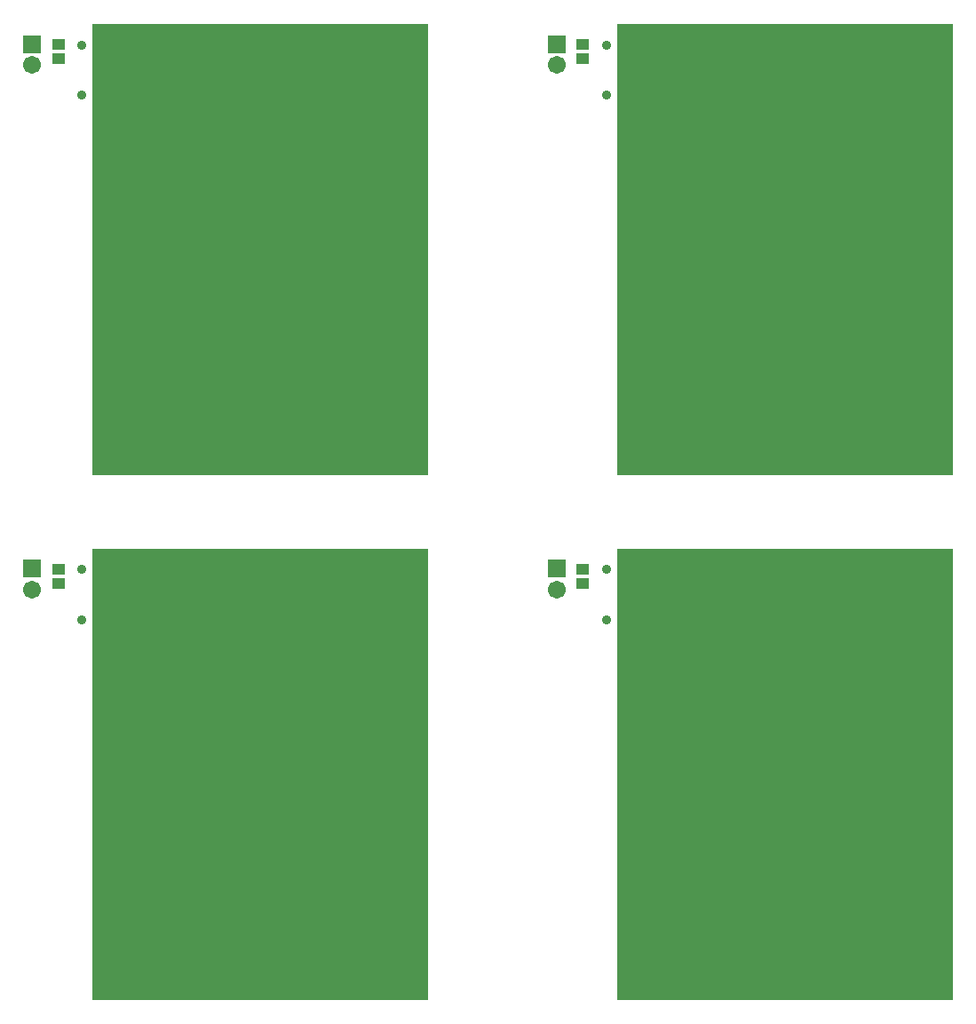
<source format=gts>
%MOIN*%
%OFA0B0*%
%FSLAX25Y25*%
%IPPOS*%
%LPD*%
%ADD19R,1.2598400189208987X1.6929100254249576*%
%ADD20C,0.035560000534057626*%
%ADD21R,0.0454000006818396X0.041470000622816916*%
%ADD22R,0.067060001007140158X0.067060001007140158*%
%ADD23C,0.067060001007140158*%
%ADD24C,0.039500000593230486*%
%ADD35R,1.2598400189208987X1.6929100254249576*%
%ADD36C,0.035560000534057626*%
%ADD37R,0.0454000006818396X0.041470000622816916*%
%ADD38R,0.067060001007140158X0.067060001007140158*%
%ADD39C,0.067060001007140158*%
%ADD40C,0.039500000593230486*%
%ADD41R,1.2598400189208987X1.6929100254249576*%
%ADD42C,0.035560000534057626*%
%ADD43R,0.0454000006818396X0.041470000622816916*%
%ADD44R,0.067060001007140158X0.067060001007140158*%
%ADD45C,0.067060001007140158*%
%ADD46C,0.039500000593230486*%
%ADD47R,1.2598400189208987X1.6929100254249576*%
%ADD48C,0.035560000534057626*%
%ADD49R,0.0454000006818396X0.041470000622816916*%
%ADD50R,0.067060001007140158X0.067060001007140158*%
%ADD51C,0.067060001007140158*%
%ADD52C,0.039500000593230486*%
G01*
G75*
D19*
X0118110Y0098032D02*
D03*
D20*
X0051181Y0174803D02*
D03*
X0051181Y0156004D02*
D03*
D21*
X0042323Y0169587D02*
D03*
X0042323Y0174901D02*
D03*
D22*
X0032479Y0175197D02*
D03*
D23*
X0032479Y0167323D02*
D03*
D24*
X0074902Y0156004D02*
D03*
G04 next file*
G04 Layer_Color=8388736*
G04 skipping 70
G01*
G75*
D35*
X0314960Y0098032D02*
D03*
D36*
X0248030Y0174803D02*
D03*
X0248030Y0156004D02*
D03*
D37*
X0239173Y0169587D02*
D03*
X0239173Y0174901D02*
D03*
D38*
X0229330Y0175197D02*
D03*
D39*
X0229330Y0167323D02*
D03*
D40*
X0271752Y0156004D02*
D03*
G04 next file*
G04 Layer_Color=8388736*
G04 skipping 70
G01*
G75*
D41*
X0314960Y0294882D02*
D03*
D42*
X0248030Y0371653D02*
D03*
X0248030Y0352854D02*
D03*
D43*
X0239173Y0366437D02*
D03*
X0239173Y0371752D02*
D03*
D44*
X0229330Y0372047D02*
D03*
D45*
X0229330Y0364173D02*
D03*
D46*
X0271752Y0352854D02*
D03*
G04 next file*
G04 Layer_Color=8388736*
G04 skipping 70
G01*
G75*
D47*
X0118110Y0294882D02*
D03*
D48*
X0051181Y0371653D02*
D03*
X0051181Y0352854D02*
D03*
D49*
X0042323Y0366437D02*
D03*
X0042323Y0371752D02*
D03*
D50*
X0032479Y0372047D02*
D03*
D51*
X0032479Y0364173D02*
D03*
D52*
X0074902Y0352854D02*
D03*
M02*
</source>
